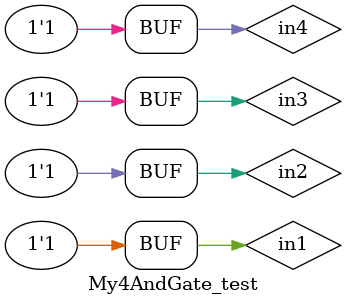
<source format=v>
`timescale 1ns / 1ps


module My4AndGate_test(

    );
    reg in1,in2,in3,in4;
    wire out;
    initial begin
        {in1,in2,in3,in4}=4'd0;
        # 10;
        {in1,in2,in3,in4}=4'd1;
        # 10;
        {in1,in2,in3,in4}=4'd2;
        # 10;
        {in1,in2,in3,in4}=4'd3;
        # 10;
        {in1,in2,in3,in4}=4'd4;
        # 10;
        {in1,in2,in3,in4}=4'd5;
        # 10;
        {in1,in2,in3,in4}=4'd6;
        # 10;
        {in1,in2,in3,in4}=4'd7;
        # 10;
        {in1,in2,in3,in4}=4'd8;
        # 10;
        {in1,in2,in3,in4}=4'd9;
        # 10;
        {in1,in2,in3,in4}=4'd10;
        # 10;
        {in1,in2,in3,in4}=4'd11;
        # 10;
        {in1,in2,in3,in4}=4'd12;
        # 10;
        {in1,in2,in3,in4}=4'd13;
        # 10;
        {in1,in2,in3,in4}=4'd14;
        # 10;
        {in1,in2,in3,in4}=4'd15;
        # 10;
    end
    My4AndGate g1(in1, in2, in3, in4, out);    
endmodule

</source>
